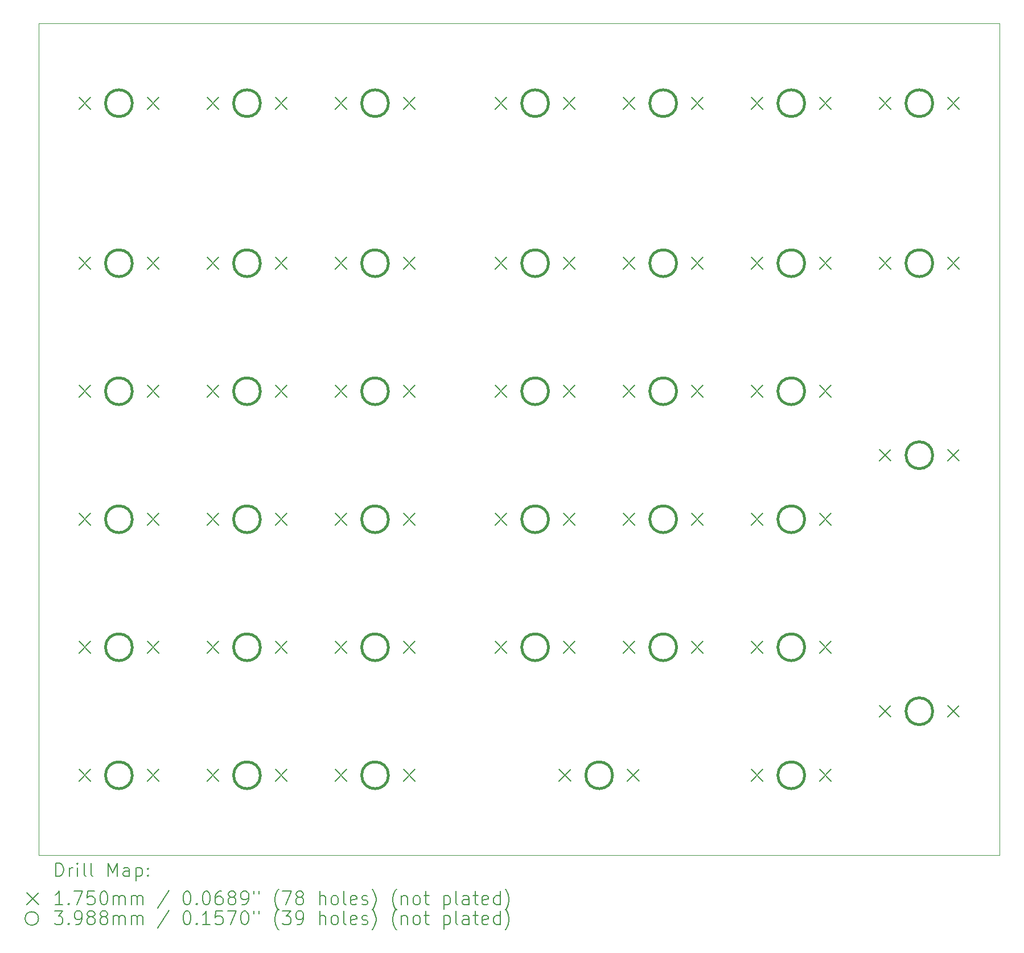
<source format=gbr>
%TF.GenerationSoftware,KiCad,Pcbnew,(6.0.9)*%
%TF.CreationDate,2022-12-06T20:12:37+01:00*%
%TF.ProjectId,tekskey-rounded-num,74656b73-6b65-4792-9d72-6f756e646564,rev?*%
%TF.SameCoordinates,Original*%
%TF.FileFunction,Drillmap*%
%TF.FilePolarity,Positive*%
%FSLAX45Y45*%
G04 Gerber Fmt 4.5, Leading zero omitted, Abs format (unit mm)*
G04 Created by KiCad (PCBNEW (6.0.9)) date 2022-12-06 20:12:37*
%MOMM*%
%LPD*%
G01*
G04 APERTURE LIST*
%ADD10C,0.100000*%
%ADD11C,0.200000*%
%ADD12C,0.175000*%
%ADD13C,0.398780*%
G04 APERTURE END LIST*
D10*
X4813500Y-3869125D02*
X19101000Y-3869125D01*
X19101000Y-3869125D02*
X19101000Y-16251625D01*
X19101000Y-16251625D02*
X4813500Y-16251625D01*
X4813500Y-16251625D02*
X4813500Y-3869125D01*
D11*
D12*
X5408625Y-4972250D02*
X5583625Y-5147250D01*
X5583625Y-4972250D02*
X5408625Y-5147250D01*
X5408625Y-7353500D02*
X5583625Y-7528500D01*
X5583625Y-7353500D02*
X5408625Y-7528500D01*
X5408625Y-9258500D02*
X5583625Y-9433500D01*
X5583625Y-9258500D02*
X5408625Y-9433500D01*
X5408625Y-11163500D02*
X5583625Y-11338500D01*
X5583625Y-11163500D02*
X5408625Y-11338500D01*
X5408625Y-13068500D02*
X5583625Y-13243500D01*
X5583625Y-13068500D02*
X5408625Y-13243500D01*
X5408625Y-14973500D02*
X5583625Y-15148500D01*
X5583625Y-14973500D02*
X5408625Y-15148500D01*
X6424625Y-4972250D02*
X6599625Y-5147250D01*
X6599625Y-4972250D02*
X6424625Y-5147250D01*
X6424625Y-7353500D02*
X6599625Y-7528500D01*
X6599625Y-7353500D02*
X6424625Y-7528500D01*
X6424625Y-9258500D02*
X6599625Y-9433500D01*
X6599625Y-9258500D02*
X6424625Y-9433500D01*
X6424625Y-11163500D02*
X6599625Y-11338500D01*
X6599625Y-11163500D02*
X6424625Y-11338500D01*
X6424625Y-13068500D02*
X6599625Y-13243500D01*
X6599625Y-13068500D02*
X6424625Y-13243500D01*
X6424625Y-14973500D02*
X6599625Y-15148500D01*
X6599625Y-14973500D02*
X6424625Y-15148500D01*
X7313625Y-4972250D02*
X7488625Y-5147250D01*
X7488625Y-4972250D02*
X7313625Y-5147250D01*
X7313625Y-7353500D02*
X7488625Y-7528500D01*
X7488625Y-7353500D02*
X7313625Y-7528500D01*
X7313625Y-9258500D02*
X7488625Y-9433500D01*
X7488625Y-9258500D02*
X7313625Y-9433500D01*
X7313625Y-11163500D02*
X7488625Y-11338500D01*
X7488625Y-11163500D02*
X7313625Y-11338500D01*
X7313625Y-13068500D02*
X7488625Y-13243500D01*
X7488625Y-13068500D02*
X7313625Y-13243500D01*
X7313625Y-14973500D02*
X7488625Y-15148500D01*
X7488625Y-14973500D02*
X7313625Y-15148500D01*
X8329625Y-4972250D02*
X8504625Y-5147250D01*
X8504625Y-4972250D02*
X8329625Y-5147250D01*
X8329625Y-7353500D02*
X8504625Y-7528500D01*
X8504625Y-7353500D02*
X8329625Y-7528500D01*
X8329625Y-9258500D02*
X8504625Y-9433500D01*
X8504625Y-9258500D02*
X8329625Y-9433500D01*
X8329625Y-11163500D02*
X8504625Y-11338500D01*
X8504625Y-11163500D02*
X8329625Y-11338500D01*
X8329625Y-13068500D02*
X8504625Y-13243500D01*
X8504625Y-13068500D02*
X8329625Y-13243500D01*
X8329625Y-14973500D02*
X8504625Y-15148500D01*
X8504625Y-14973500D02*
X8329625Y-15148500D01*
X9218625Y-4972250D02*
X9393625Y-5147250D01*
X9393625Y-4972250D02*
X9218625Y-5147250D01*
X9218625Y-7353500D02*
X9393625Y-7528500D01*
X9393625Y-7353500D02*
X9218625Y-7528500D01*
X9218625Y-9258500D02*
X9393625Y-9433500D01*
X9393625Y-9258500D02*
X9218625Y-9433500D01*
X9218625Y-11163500D02*
X9393625Y-11338500D01*
X9393625Y-11163500D02*
X9218625Y-11338500D01*
X9218625Y-13068500D02*
X9393625Y-13243500D01*
X9393625Y-13068500D02*
X9218625Y-13243500D01*
X9218625Y-14973500D02*
X9393625Y-15148500D01*
X9393625Y-14973500D02*
X9218625Y-15148500D01*
X10234625Y-4972250D02*
X10409625Y-5147250D01*
X10409625Y-4972250D02*
X10234625Y-5147250D01*
X10234625Y-7353500D02*
X10409625Y-7528500D01*
X10409625Y-7353500D02*
X10234625Y-7528500D01*
X10234625Y-9258500D02*
X10409625Y-9433500D01*
X10409625Y-9258500D02*
X10234625Y-9433500D01*
X10234625Y-11163500D02*
X10409625Y-11338500D01*
X10409625Y-11163500D02*
X10234625Y-11338500D01*
X10234625Y-13068500D02*
X10409625Y-13243500D01*
X10409625Y-13068500D02*
X10234625Y-13243500D01*
X10234625Y-14973500D02*
X10409625Y-15148500D01*
X10409625Y-14973500D02*
X10234625Y-15148500D01*
X11599875Y-4972250D02*
X11774875Y-5147250D01*
X11774875Y-4972250D02*
X11599875Y-5147250D01*
X11599875Y-7353500D02*
X11774875Y-7528500D01*
X11774875Y-7353500D02*
X11599875Y-7528500D01*
X11599875Y-9258500D02*
X11774875Y-9433500D01*
X11774875Y-9258500D02*
X11599875Y-9433500D01*
X11599875Y-11163500D02*
X11774875Y-11338500D01*
X11774875Y-11163500D02*
X11599875Y-11338500D01*
X11599875Y-13068500D02*
X11774875Y-13243500D01*
X11774875Y-13068500D02*
X11599875Y-13243500D01*
X12552375Y-14973500D02*
X12727375Y-15148500D01*
X12727375Y-14973500D02*
X12552375Y-15148500D01*
X12615875Y-4972250D02*
X12790875Y-5147250D01*
X12790875Y-4972250D02*
X12615875Y-5147250D01*
X12615875Y-7353500D02*
X12790875Y-7528500D01*
X12790875Y-7353500D02*
X12615875Y-7528500D01*
X12615875Y-9258500D02*
X12790875Y-9433500D01*
X12790875Y-9258500D02*
X12615875Y-9433500D01*
X12615875Y-11163500D02*
X12790875Y-11338500D01*
X12790875Y-11163500D02*
X12615875Y-11338500D01*
X12615875Y-13068500D02*
X12790875Y-13243500D01*
X12790875Y-13068500D02*
X12615875Y-13243500D01*
X13504875Y-4972250D02*
X13679875Y-5147250D01*
X13679875Y-4972250D02*
X13504875Y-5147250D01*
X13504875Y-7353500D02*
X13679875Y-7528500D01*
X13679875Y-7353500D02*
X13504875Y-7528500D01*
X13504875Y-9258500D02*
X13679875Y-9433500D01*
X13679875Y-9258500D02*
X13504875Y-9433500D01*
X13504875Y-11163500D02*
X13679875Y-11338500D01*
X13679875Y-11163500D02*
X13504875Y-11338500D01*
X13504875Y-13068500D02*
X13679875Y-13243500D01*
X13679875Y-13068500D02*
X13504875Y-13243500D01*
X13568375Y-14973500D02*
X13743375Y-15148500D01*
X13743375Y-14973500D02*
X13568375Y-15148500D01*
X14520875Y-4972250D02*
X14695875Y-5147250D01*
X14695875Y-4972250D02*
X14520875Y-5147250D01*
X14520875Y-7353500D02*
X14695875Y-7528500D01*
X14695875Y-7353500D02*
X14520875Y-7528500D01*
X14520875Y-9258500D02*
X14695875Y-9433500D01*
X14695875Y-9258500D02*
X14520875Y-9433500D01*
X14520875Y-11163500D02*
X14695875Y-11338500D01*
X14695875Y-11163500D02*
X14520875Y-11338500D01*
X14520875Y-13068500D02*
X14695875Y-13243500D01*
X14695875Y-13068500D02*
X14520875Y-13243500D01*
X15409875Y-4972250D02*
X15584875Y-5147250D01*
X15584875Y-4972250D02*
X15409875Y-5147250D01*
X15409875Y-7353500D02*
X15584875Y-7528500D01*
X15584875Y-7353500D02*
X15409875Y-7528500D01*
X15409875Y-9258500D02*
X15584875Y-9433500D01*
X15584875Y-9258500D02*
X15409875Y-9433500D01*
X15409875Y-11163500D02*
X15584875Y-11338500D01*
X15584875Y-11163500D02*
X15409875Y-11338500D01*
X15409875Y-13068500D02*
X15584875Y-13243500D01*
X15584875Y-13068500D02*
X15409875Y-13243500D01*
X15409875Y-14973500D02*
X15584875Y-15148500D01*
X15584875Y-14973500D02*
X15409875Y-15148500D01*
X16425875Y-4972250D02*
X16600875Y-5147250D01*
X16600875Y-4972250D02*
X16425875Y-5147250D01*
X16425875Y-7353500D02*
X16600875Y-7528500D01*
X16600875Y-7353500D02*
X16425875Y-7528500D01*
X16425875Y-9258500D02*
X16600875Y-9433500D01*
X16600875Y-9258500D02*
X16425875Y-9433500D01*
X16425875Y-11163500D02*
X16600875Y-11338500D01*
X16600875Y-11163500D02*
X16425875Y-11338500D01*
X16425875Y-13068500D02*
X16600875Y-13243500D01*
X16600875Y-13068500D02*
X16425875Y-13243500D01*
X16425875Y-14973500D02*
X16600875Y-15148500D01*
X16600875Y-14973500D02*
X16425875Y-15148500D01*
X17314875Y-4972250D02*
X17489875Y-5147250D01*
X17489875Y-4972250D02*
X17314875Y-5147250D01*
X17314875Y-7353500D02*
X17489875Y-7528500D01*
X17489875Y-7353500D02*
X17314875Y-7528500D01*
X17314875Y-10211000D02*
X17489875Y-10386000D01*
X17489875Y-10211000D02*
X17314875Y-10386000D01*
X17314875Y-14021000D02*
X17489875Y-14196000D01*
X17489875Y-14021000D02*
X17314875Y-14196000D01*
X18330875Y-4972250D02*
X18505875Y-5147250D01*
X18505875Y-4972250D02*
X18330875Y-5147250D01*
X18330875Y-7353500D02*
X18505875Y-7528500D01*
X18505875Y-7353500D02*
X18330875Y-7528500D01*
X18330875Y-10211000D02*
X18505875Y-10386000D01*
X18505875Y-10211000D02*
X18330875Y-10386000D01*
X18330875Y-14021000D02*
X18505875Y-14196000D01*
X18505875Y-14021000D02*
X18330875Y-14196000D01*
D13*
X6203515Y-5059750D02*
G75*
G03*
X6203515Y-5059750I-199390J0D01*
G01*
X6203515Y-7441000D02*
G75*
G03*
X6203515Y-7441000I-199390J0D01*
G01*
X6203515Y-9346000D02*
G75*
G03*
X6203515Y-9346000I-199390J0D01*
G01*
X6203515Y-11251000D02*
G75*
G03*
X6203515Y-11251000I-199390J0D01*
G01*
X6203515Y-13156000D02*
G75*
G03*
X6203515Y-13156000I-199390J0D01*
G01*
X6203515Y-15061000D02*
G75*
G03*
X6203515Y-15061000I-199390J0D01*
G01*
X8108515Y-5059750D02*
G75*
G03*
X8108515Y-5059750I-199390J0D01*
G01*
X8108515Y-7441000D02*
G75*
G03*
X8108515Y-7441000I-199390J0D01*
G01*
X8108515Y-9346000D02*
G75*
G03*
X8108515Y-9346000I-199390J0D01*
G01*
X8108515Y-11251000D02*
G75*
G03*
X8108515Y-11251000I-199390J0D01*
G01*
X8108515Y-13156000D02*
G75*
G03*
X8108515Y-13156000I-199390J0D01*
G01*
X8108515Y-15061000D02*
G75*
G03*
X8108515Y-15061000I-199390J0D01*
G01*
X10013515Y-5059750D02*
G75*
G03*
X10013515Y-5059750I-199390J0D01*
G01*
X10013515Y-7441000D02*
G75*
G03*
X10013515Y-7441000I-199390J0D01*
G01*
X10013515Y-9346000D02*
G75*
G03*
X10013515Y-9346000I-199390J0D01*
G01*
X10013515Y-11251000D02*
G75*
G03*
X10013515Y-11251000I-199390J0D01*
G01*
X10013515Y-13156000D02*
G75*
G03*
X10013515Y-13156000I-199390J0D01*
G01*
X10013515Y-15061000D02*
G75*
G03*
X10013515Y-15061000I-199390J0D01*
G01*
X12394765Y-5059750D02*
G75*
G03*
X12394765Y-5059750I-199390J0D01*
G01*
X12394765Y-7441000D02*
G75*
G03*
X12394765Y-7441000I-199390J0D01*
G01*
X12394765Y-9346000D02*
G75*
G03*
X12394765Y-9346000I-199390J0D01*
G01*
X12394765Y-11251000D02*
G75*
G03*
X12394765Y-11251000I-199390J0D01*
G01*
X12394765Y-13156000D02*
G75*
G03*
X12394765Y-13156000I-199390J0D01*
G01*
X13347265Y-15061000D02*
G75*
G03*
X13347265Y-15061000I-199390J0D01*
G01*
X14299765Y-5059750D02*
G75*
G03*
X14299765Y-5059750I-199390J0D01*
G01*
X14299765Y-7441000D02*
G75*
G03*
X14299765Y-7441000I-199390J0D01*
G01*
X14299765Y-9346000D02*
G75*
G03*
X14299765Y-9346000I-199390J0D01*
G01*
X14299765Y-11251000D02*
G75*
G03*
X14299765Y-11251000I-199390J0D01*
G01*
X14299765Y-13156000D02*
G75*
G03*
X14299765Y-13156000I-199390J0D01*
G01*
X16204765Y-5059750D02*
G75*
G03*
X16204765Y-5059750I-199390J0D01*
G01*
X16204765Y-7441000D02*
G75*
G03*
X16204765Y-7441000I-199390J0D01*
G01*
X16204765Y-9346000D02*
G75*
G03*
X16204765Y-9346000I-199390J0D01*
G01*
X16204765Y-11251000D02*
G75*
G03*
X16204765Y-11251000I-199390J0D01*
G01*
X16204765Y-13156000D02*
G75*
G03*
X16204765Y-13156000I-199390J0D01*
G01*
X16204765Y-15061000D02*
G75*
G03*
X16204765Y-15061000I-199390J0D01*
G01*
X18109765Y-5059750D02*
G75*
G03*
X18109765Y-5059750I-199390J0D01*
G01*
X18109765Y-7441000D02*
G75*
G03*
X18109765Y-7441000I-199390J0D01*
G01*
X18109765Y-10298500D02*
G75*
G03*
X18109765Y-10298500I-199390J0D01*
G01*
X18109765Y-14108500D02*
G75*
G03*
X18109765Y-14108500I-199390J0D01*
G01*
D11*
X5066119Y-16567101D02*
X5066119Y-16367101D01*
X5113738Y-16367101D01*
X5142310Y-16376625D01*
X5161357Y-16395673D01*
X5170881Y-16414720D01*
X5180405Y-16452815D01*
X5180405Y-16481387D01*
X5170881Y-16519482D01*
X5161357Y-16538530D01*
X5142310Y-16557577D01*
X5113738Y-16567101D01*
X5066119Y-16567101D01*
X5266119Y-16567101D02*
X5266119Y-16433768D01*
X5266119Y-16471863D02*
X5275643Y-16452815D01*
X5285167Y-16443292D01*
X5304214Y-16433768D01*
X5323262Y-16433768D01*
X5389929Y-16567101D02*
X5389929Y-16433768D01*
X5389929Y-16367101D02*
X5380405Y-16376625D01*
X5389929Y-16386149D01*
X5399452Y-16376625D01*
X5389929Y-16367101D01*
X5389929Y-16386149D01*
X5513738Y-16567101D02*
X5494690Y-16557577D01*
X5485167Y-16538530D01*
X5485167Y-16367101D01*
X5618500Y-16567101D02*
X5599452Y-16557577D01*
X5589929Y-16538530D01*
X5589929Y-16367101D01*
X5847071Y-16567101D02*
X5847071Y-16367101D01*
X5913738Y-16509958D01*
X5980405Y-16367101D01*
X5980405Y-16567101D01*
X6161357Y-16567101D02*
X6161357Y-16462339D01*
X6151833Y-16443292D01*
X6132786Y-16433768D01*
X6094690Y-16433768D01*
X6075643Y-16443292D01*
X6161357Y-16557577D02*
X6142309Y-16567101D01*
X6094690Y-16567101D01*
X6075643Y-16557577D01*
X6066119Y-16538530D01*
X6066119Y-16519482D01*
X6075643Y-16500434D01*
X6094690Y-16490911D01*
X6142309Y-16490911D01*
X6161357Y-16481387D01*
X6256595Y-16433768D02*
X6256595Y-16633768D01*
X6256595Y-16443292D02*
X6275643Y-16433768D01*
X6313738Y-16433768D01*
X6332786Y-16443292D01*
X6342309Y-16452815D01*
X6351833Y-16471863D01*
X6351833Y-16529006D01*
X6342309Y-16548053D01*
X6332786Y-16557577D01*
X6313738Y-16567101D01*
X6275643Y-16567101D01*
X6256595Y-16557577D01*
X6437548Y-16548053D02*
X6447071Y-16557577D01*
X6437548Y-16567101D01*
X6428024Y-16557577D01*
X6437548Y-16548053D01*
X6437548Y-16567101D01*
X6437548Y-16443292D02*
X6447071Y-16452815D01*
X6437548Y-16462339D01*
X6428024Y-16452815D01*
X6437548Y-16443292D01*
X6437548Y-16462339D01*
D12*
X4633500Y-16809125D02*
X4808500Y-16984125D01*
X4808500Y-16809125D02*
X4633500Y-16984125D01*
D11*
X5170881Y-16987101D02*
X5056595Y-16987101D01*
X5113738Y-16987101D02*
X5113738Y-16787101D01*
X5094690Y-16815673D01*
X5075643Y-16834720D01*
X5056595Y-16844244D01*
X5256595Y-16968054D02*
X5266119Y-16977577D01*
X5256595Y-16987101D01*
X5247071Y-16977577D01*
X5256595Y-16968054D01*
X5256595Y-16987101D01*
X5332786Y-16787101D02*
X5466119Y-16787101D01*
X5380405Y-16987101D01*
X5637548Y-16787101D02*
X5542310Y-16787101D01*
X5532786Y-16882339D01*
X5542310Y-16872815D01*
X5561357Y-16863292D01*
X5608976Y-16863292D01*
X5628024Y-16872815D01*
X5637548Y-16882339D01*
X5647071Y-16901387D01*
X5647071Y-16949006D01*
X5637548Y-16968054D01*
X5628024Y-16977577D01*
X5608976Y-16987101D01*
X5561357Y-16987101D01*
X5542310Y-16977577D01*
X5532786Y-16968054D01*
X5770881Y-16787101D02*
X5789928Y-16787101D01*
X5808976Y-16796625D01*
X5818500Y-16806149D01*
X5828024Y-16825196D01*
X5837548Y-16863292D01*
X5837548Y-16910911D01*
X5828024Y-16949006D01*
X5818500Y-16968054D01*
X5808976Y-16977577D01*
X5789928Y-16987101D01*
X5770881Y-16987101D01*
X5751833Y-16977577D01*
X5742309Y-16968054D01*
X5732786Y-16949006D01*
X5723262Y-16910911D01*
X5723262Y-16863292D01*
X5732786Y-16825196D01*
X5742309Y-16806149D01*
X5751833Y-16796625D01*
X5770881Y-16787101D01*
X5923262Y-16987101D02*
X5923262Y-16853768D01*
X5923262Y-16872815D02*
X5932786Y-16863292D01*
X5951833Y-16853768D01*
X5980405Y-16853768D01*
X5999452Y-16863292D01*
X6008976Y-16882339D01*
X6008976Y-16987101D01*
X6008976Y-16882339D02*
X6018500Y-16863292D01*
X6037548Y-16853768D01*
X6066119Y-16853768D01*
X6085167Y-16863292D01*
X6094690Y-16882339D01*
X6094690Y-16987101D01*
X6189928Y-16987101D02*
X6189928Y-16853768D01*
X6189928Y-16872815D02*
X6199452Y-16863292D01*
X6218500Y-16853768D01*
X6247071Y-16853768D01*
X6266119Y-16863292D01*
X6275643Y-16882339D01*
X6275643Y-16987101D01*
X6275643Y-16882339D02*
X6285167Y-16863292D01*
X6304214Y-16853768D01*
X6332786Y-16853768D01*
X6351833Y-16863292D01*
X6361357Y-16882339D01*
X6361357Y-16987101D01*
X6751833Y-16777577D02*
X6580405Y-17034720D01*
X7008976Y-16787101D02*
X7028024Y-16787101D01*
X7047071Y-16796625D01*
X7056595Y-16806149D01*
X7066119Y-16825196D01*
X7075643Y-16863292D01*
X7075643Y-16910911D01*
X7066119Y-16949006D01*
X7056595Y-16968054D01*
X7047071Y-16977577D01*
X7028024Y-16987101D01*
X7008976Y-16987101D01*
X6989928Y-16977577D01*
X6980405Y-16968054D01*
X6970881Y-16949006D01*
X6961357Y-16910911D01*
X6961357Y-16863292D01*
X6970881Y-16825196D01*
X6980405Y-16806149D01*
X6989928Y-16796625D01*
X7008976Y-16787101D01*
X7161357Y-16968054D02*
X7170881Y-16977577D01*
X7161357Y-16987101D01*
X7151833Y-16977577D01*
X7161357Y-16968054D01*
X7161357Y-16987101D01*
X7294690Y-16787101D02*
X7313738Y-16787101D01*
X7332786Y-16796625D01*
X7342309Y-16806149D01*
X7351833Y-16825196D01*
X7361357Y-16863292D01*
X7361357Y-16910911D01*
X7351833Y-16949006D01*
X7342309Y-16968054D01*
X7332786Y-16977577D01*
X7313738Y-16987101D01*
X7294690Y-16987101D01*
X7275643Y-16977577D01*
X7266119Y-16968054D01*
X7256595Y-16949006D01*
X7247071Y-16910911D01*
X7247071Y-16863292D01*
X7256595Y-16825196D01*
X7266119Y-16806149D01*
X7275643Y-16796625D01*
X7294690Y-16787101D01*
X7532786Y-16787101D02*
X7494690Y-16787101D01*
X7475643Y-16796625D01*
X7466119Y-16806149D01*
X7447071Y-16834720D01*
X7437548Y-16872815D01*
X7437548Y-16949006D01*
X7447071Y-16968054D01*
X7456595Y-16977577D01*
X7475643Y-16987101D01*
X7513738Y-16987101D01*
X7532786Y-16977577D01*
X7542309Y-16968054D01*
X7551833Y-16949006D01*
X7551833Y-16901387D01*
X7542309Y-16882339D01*
X7532786Y-16872815D01*
X7513738Y-16863292D01*
X7475643Y-16863292D01*
X7456595Y-16872815D01*
X7447071Y-16882339D01*
X7437548Y-16901387D01*
X7666119Y-16872815D02*
X7647071Y-16863292D01*
X7637548Y-16853768D01*
X7628024Y-16834720D01*
X7628024Y-16825196D01*
X7637548Y-16806149D01*
X7647071Y-16796625D01*
X7666119Y-16787101D01*
X7704214Y-16787101D01*
X7723262Y-16796625D01*
X7732786Y-16806149D01*
X7742309Y-16825196D01*
X7742309Y-16834720D01*
X7732786Y-16853768D01*
X7723262Y-16863292D01*
X7704214Y-16872815D01*
X7666119Y-16872815D01*
X7647071Y-16882339D01*
X7637548Y-16891863D01*
X7628024Y-16910911D01*
X7628024Y-16949006D01*
X7637548Y-16968054D01*
X7647071Y-16977577D01*
X7666119Y-16987101D01*
X7704214Y-16987101D01*
X7723262Y-16977577D01*
X7732786Y-16968054D01*
X7742309Y-16949006D01*
X7742309Y-16910911D01*
X7732786Y-16891863D01*
X7723262Y-16882339D01*
X7704214Y-16872815D01*
X7837548Y-16987101D02*
X7875643Y-16987101D01*
X7894690Y-16977577D01*
X7904214Y-16968054D01*
X7923262Y-16939482D01*
X7932786Y-16901387D01*
X7932786Y-16825196D01*
X7923262Y-16806149D01*
X7913738Y-16796625D01*
X7894690Y-16787101D01*
X7856595Y-16787101D01*
X7837548Y-16796625D01*
X7828024Y-16806149D01*
X7818500Y-16825196D01*
X7818500Y-16872815D01*
X7828024Y-16891863D01*
X7837548Y-16901387D01*
X7856595Y-16910911D01*
X7894690Y-16910911D01*
X7913738Y-16901387D01*
X7923262Y-16891863D01*
X7932786Y-16872815D01*
X8008976Y-16787101D02*
X8008976Y-16825196D01*
X8085167Y-16787101D02*
X8085167Y-16825196D01*
X8380405Y-17063292D02*
X8370881Y-17053768D01*
X8351833Y-17025196D01*
X8342309Y-17006149D01*
X8332786Y-16977577D01*
X8323262Y-16929958D01*
X8323262Y-16891863D01*
X8332786Y-16844244D01*
X8342309Y-16815673D01*
X8351833Y-16796625D01*
X8370881Y-16768053D01*
X8380405Y-16758530D01*
X8437548Y-16787101D02*
X8570881Y-16787101D01*
X8485167Y-16987101D01*
X8675643Y-16872815D02*
X8656595Y-16863292D01*
X8647071Y-16853768D01*
X8637548Y-16834720D01*
X8637548Y-16825196D01*
X8647071Y-16806149D01*
X8656595Y-16796625D01*
X8675643Y-16787101D01*
X8713738Y-16787101D01*
X8732786Y-16796625D01*
X8742310Y-16806149D01*
X8751833Y-16825196D01*
X8751833Y-16834720D01*
X8742310Y-16853768D01*
X8732786Y-16863292D01*
X8713738Y-16872815D01*
X8675643Y-16872815D01*
X8656595Y-16882339D01*
X8647071Y-16891863D01*
X8637548Y-16910911D01*
X8637548Y-16949006D01*
X8647071Y-16968054D01*
X8656595Y-16977577D01*
X8675643Y-16987101D01*
X8713738Y-16987101D01*
X8732786Y-16977577D01*
X8742310Y-16968054D01*
X8751833Y-16949006D01*
X8751833Y-16910911D01*
X8742310Y-16891863D01*
X8732786Y-16882339D01*
X8713738Y-16872815D01*
X8989929Y-16987101D02*
X8989929Y-16787101D01*
X9075643Y-16987101D02*
X9075643Y-16882339D01*
X9066119Y-16863292D01*
X9047071Y-16853768D01*
X9018500Y-16853768D01*
X8999452Y-16863292D01*
X8989929Y-16872815D01*
X9199452Y-16987101D02*
X9180405Y-16977577D01*
X9170881Y-16968054D01*
X9161357Y-16949006D01*
X9161357Y-16891863D01*
X9170881Y-16872815D01*
X9180405Y-16863292D01*
X9199452Y-16853768D01*
X9228024Y-16853768D01*
X9247071Y-16863292D01*
X9256595Y-16872815D01*
X9266119Y-16891863D01*
X9266119Y-16949006D01*
X9256595Y-16968054D01*
X9247071Y-16977577D01*
X9228024Y-16987101D01*
X9199452Y-16987101D01*
X9380405Y-16987101D02*
X9361357Y-16977577D01*
X9351833Y-16958530D01*
X9351833Y-16787101D01*
X9532786Y-16977577D02*
X9513738Y-16987101D01*
X9475643Y-16987101D01*
X9456595Y-16977577D01*
X9447071Y-16958530D01*
X9447071Y-16882339D01*
X9456595Y-16863292D01*
X9475643Y-16853768D01*
X9513738Y-16853768D01*
X9532786Y-16863292D01*
X9542310Y-16882339D01*
X9542310Y-16901387D01*
X9447071Y-16920435D01*
X9618500Y-16977577D02*
X9637548Y-16987101D01*
X9675643Y-16987101D01*
X9694690Y-16977577D01*
X9704214Y-16958530D01*
X9704214Y-16949006D01*
X9694690Y-16929958D01*
X9675643Y-16920435D01*
X9647071Y-16920435D01*
X9628024Y-16910911D01*
X9618500Y-16891863D01*
X9618500Y-16882339D01*
X9628024Y-16863292D01*
X9647071Y-16853768D01*
X9675643Y-16853768D01*
X9694690Y-16863292D01*
X9770881Y-17063292D02*
X9780405Y-17053768D01*
X9799452Y-17025196D01*
X9808976Y-17006149D01*
X9818500Y-16977577D01*
X9828024Y-16929958D01*
X9828024Y-16891863D01*
X9818500Y-16844244D01*
X9808976Y-16815673D01*
X9799452Y-16796625D01*
X9780405Y-16768053D01*
X9770881Y-16758530D01*
X10132786Y-17063292D02*
X10123262Y-17053768D01*
X10104214Y-17025196D01*
X10094690Y-17006149D01*
X10085167Y-16977577D01*
X10075643Y-16929958D01*
X10075643Y-16891863D01*
X10085167Y-16844244D01*
X10094690Y-16815673D01*
X10104214Y-16796625D01*
X10123262Y-16768053D01*
X10132786Y-16758530D01*
X10208976Y-16853768D02*
X10208976Y-16987101D01*
X10208976Y-16872815D02*
X10218500Y-16863292D01*
X10237548Y-16853768D01*
X10266119Y-16853768D01*
X10285167Y-16863292D01*
X10294690Y-16882339D01*
X10294690Y-16987101D01*
X10418500Y-16987101D02*
X10399452Y-16977577D01*
X10389929Y-16968054D01*
X10380405Y-16949006D01*
X10380405Y-16891863D01*
X10389929Y-16872815D01*
X10399452Y-16863292D01*
X10418500Y-16853768D01*
X10447071Y-16853768D01*
X10466119Y-16863292D01*
X10475643Y-16872815D01*
X10485167Y-16891863D01*
X10485167Y-16949006D01*
X10475643Y-16968054D01*
X10466119Y-16977577D01*
X10447071Y-16987101D01*
X10418500Y-16987101D01*
X10542310Y-16853768D02*
X10618500Y-16853768D01*
X10570881Y-16787101D02*
X10570881Y-16958530D01*
X10580405Y-16977577D01*
X10599452Y-16987101D01*
X10618500Y-16987101D01*
X10837548Y-16853768D02*
X10837548Y-17053768D01*
X10837548Y-16863292D02*
X10856595Y-16853768D01*
X10894690Y-16853768D01*
X10913738Y-16863292D01*
X10923262Y-16872815D01*
X10932786Y-16891863D01*
X10932786Y-16949006D01*
X10923262Y-16968054D01*
X10913738Y-16977577D01*
X10894690Y-16987101D01*
X10856595Y-16987101D01*
X10837548Y-16977577D01*
X11047071Y-16987101D02*
X11028024Y-16977577D01*
X11018500Y-16958530D01*
X11018500Y-16787101D01*
X11208976Y-16987101D02*
X11208976Y-16882339D01*
X11199452Y-16863292D01*
X11180405Y-16853768D01*
X11142310Y-16853768D01*
X11123262Y-16863292D01*
X11208976Y-16977577D02*
X11189928Y-16987101D01*
X11142310Y-16987101D01*
X11123262Y-16977577D01*
X11113738Y-16958530D01*
X11113738Y-16939482D01*
X11123262Y-16920435D01*
X11142310Y-16910911D01*
X11189928Y-16910911D01*
X11208976Y-16901387D01*
X11275643Y-16853768D02*
X11351833Y-16853768D01*
X11304214Y-16787101D02*
X11304214Y-16958530D01*
X11313738Y-16977577D01*
X11332786Y-16987101D01*
X11351833Y-16987101D01*
X11494690Y-16977577D02*
X11475643Y-16987101D01*
X11437548Y-16987101D01*
X11418500Y-16977577D01*
X11408976Y-16958530D01*
X11408976Y-16882339D01*
X11418500Y-16863292D01*
X11437548Y-16853768D01*
X11475643Y-16853768D01*
X11494690Y-16863292D01*
X11504214Y-16882339D01*
X11504214Y-16901387D01*
X11408976Y-16920435D01*
X11675643Y-16987101D02*
X11675643Y-16787101D01*
X11675643Y-16977577D02*
X11656595Y-16987101D01*
X11618500Y-16987101D01*
X11599452Y-16977577D01*
X11589928Y-16968054D01*
X11580405Y-16949006D01*
X11580405Y-16891863D01*
X11589928Y-16872815D01*
X11599452Y-16863292D01*
X11618500Y-16853768D01*
X11656595Y-16853768D01*
X11675643Y-16863292D01*
X11751833Y-17063292D02*
X11761357Y-17053768D01*
X11780405Y-17025196D01*
X11789928Y-17006149D01*
X11799452Y-16977577D01*
X11808976Y-16929958D01*
X11808976Y-16891863D01*
X11799452Y-16844244D01*
X11789928Y-16815673D01*
X11780405Y-16796625D01*
X11761357Y-16768053D01*
X11751833Y-16758530D01*
X4808500Y-17191625D02*
G75*
G03*
X4808500Y-17191625I-100000J0D01*
G01*
X5047071Y-17082101D02*
X5170881Y-17082101D01*
X5104214Y-17158292D01*
X5132786Y-17158292D01*
X5151833Y-17167815D01*
X5161357Y-17177339D01*
X5170881Y-17196387D01*
X5170881Y-17244006D01*
X5161357Y-17263054D01*
X5151833Y-17272577D01*
X5132786Y-17282101D01*
X5075643Y-17282101D01*
X5056595Y-17272577D01*
X5047071Y-17263054D01*
X5256595Y-17263054D02*
X5266119Y-17272577D01*
X5256595Y-17282101D01*
X5247071Y-17272577D01*
X5256595Y-17263054D01*
X5256595Y-17282101D01*
X5361357Y-17282101D02*
X5399452Y-17282101D01*
X5418500Y-17272577D01*
X5428024Y-17263054D01*
X5447071Y-17234482D01*
X5456595Y-17196387D01*
X5456595Y-17120196D01*
X5447071Y-17101149D01*
X5437548Y-17091625D01*
X5418500Y-17082101D01*
X5380405Y-17082101D01*
X5361357Y-17091625D01*
X5351833Y-17101149D01*
X5342310Y-17120196D01*
X5342310Y-17167815D01*
X5351833Y-17186863D01*
X5361357Y-17196387D01*
X5380405Y-17205911D01*
X5418500Y-17205911D01*
X5437548Y-17196387D01*
X5447071Y-17186863D01*
X5456595Y-17167815D01*
X5570881Y-17167815D02*
X5551833Y-17158292D01*
X5542310Y-17148768D01*
X5532786Y-17129720D01*
X5532786Y-17120196D01*
X5542310Y-17101149D01*
X5551833Y-17091625D01*
X5570881Y-17082101D01*
X5608976Y-17082101D01*
X5628024Y-17091625D01*
X5637548Y-17101149D01*
X5647071Y-17120196D01*
X5647071Y-17129720D01*
X5637548Y-17148768D01*
X5628024Y-17158292D01*
X5608976Y-17167815D01*
X5570881Y-17167815D01*
X5551833Y-17177339D01*
X5542310Y-17186863D01*
X5532786Y-17205911D01*
X5532786Y-17244006D01*
X5542310Y-17263054D01*
X5551833Y-17272577D01*
X5570881Y-17282101D01*
X5608976Y-17282101D01*
X5628024Y-17272577D01*
X5637548Y-17263054D01*
X5647071Y-17244006D01*
X5647071Y-17205911D01*
X5637548Y-17186863D01*
X5628024Y-17177339D01*
X5608976Y-17167815D01*
X5761357Y-17167815D02*
X5742309Y-17158292D01*
X5732786Y-17148768D01*
X5723262Y-17129720D01*
X5723262Y-17120196D01*
X5732786Y-17101149D01*
X5742309Y-17091625D01*
X5761357Y-17082101D01*
X5799452Y-17082101D01*
X5818500Y-17091625D01*
X5828024Y-17101149D01*
X5837548Y-17120196D01*
X5837548Y-17129720D01*
X5828024Y-17148768D01*
X5818500Y-17158292D01*
X5799452Y-17167815D01*
X5761357Y-17167815D01*
X5742309Y-17177339D01*
X5732786Y-17186863D01*
X5723262Y-17205911D01*
X5723262Y-17244006D01*
X5732786Y-17263054D01*
X5742309Y-17272577D01*
X5761357Y-17282101D01*
X5799452Y-17282101D01*
X5818500Y-17272577D01*
X5828024Y-17263054D01*
X5837548Y-17244006D01*
X5837548Y-17205911D01*
X5828024Y-17186863D01*
X5818500Y-17177339D01*
X5799452Y-17167815D01*
X5923262Y-17282101D02*
X5923262Y-17148768D01*
X5923262Y-17167815D02*
X5932786Y-17158292D01*
X5951833Y-17148768D01*
X5980405Y-17148768D01*
X5999452Y-17158292D01*
X6008976Y-17177339D01*
X6008976Y-17282101D01*
X6008976Y-17177339D02*
X6018500Y-17158292D01*
X6037548Y-17148768D01*
X6066119Y-17148768D01*
X6085167Y-17158292D01*
X6094690Y-17177339D01*
X6094690Y-17282101D01*
X6189928Y-17282101D02*
X6189928Y-17148768D01*
X6189928Y-17167815D02*
X6199452Y-17158292D01*
X6218500Y-17148768D01*
X6247071Y-17148768D01*
X6266119Y-17158292D01*
X6275643Y-17177339D01*
X6275643Y-17282101D01*
X6275643Y-17177339D02*
X6285167Y-17158292D01*
X6304214Y-17148768D01*
X6332786Y-17148768D01*
X6351833Y-17158292D01*
X6361357Y-17177339D01*
X6361357Y-17282101D01*
X6751833Y-17072577D02*
X6580405Y-17329720D01*
X7008976Y-17082101D02*
X7028024Y-17082101D01*
X7047071Y-17091625D01*
X7056595Y-17101149D01*
X7066119Y-17120196D01*
X7075643Y-17158292D01*
X7075643Y-17205911D01*
X7066119Y-17244006D01*
X7056595Y-17263054D01*
X7047071Y-17272577D01*
X7028024Y-17282101D01*
X7008976Y-17282101D01*
X6989928Y-17272577D01*
X6980405Y-17263054D01*
X6970881Y-17244006D01*
X6961357Y-17205911D01*
X6961357Y-17158292D01*
X6970881Y-17120196D01*
X6980405Y-17101149D01*
X6989928Y-17091625D01*
X7008976Y-17082101D01*
X7161357Y-17263054D02*
X7170881Y-17272577D01*
X7161357Y-17282101D01*
X7151833Y-17272577D01*
X7161357Y-17263054D01*
X7161357Y-17282101D01*
X7361357Y-17282101D02*
X7247071Y-17282101D01*
X7304214Y-17282101D02*
X7304214Y-17082101D01*
X7285167Y-17110673D01*
X7266119Y-17129720D01*
X7247071Y-17139244D01*
X7542309Y-17082101D02*
X7447071Y-17082101D01*
X7437548Y-17177339D01*
X7447071Y-17167815D01*
X7466119Y-17158292D01*
X7513738Y-17158292D01*
X7532786Y-17167815D01*
X7542309Y-17177339D01*
X7551833Y-17196387D01*
X7551833Y-17244006D01*
X7542309Y-17263054D01*
X7532786Y-17272577D01*
X7513738Y-17282101D01*
X7466119Y-17282101D01*
X7447071Y-17272577D01*
X7437548Y-17263054D01*
X7618500Y-17082101D02*
X7751833Y-17082101D01*
X7666119Y-17282101D01*
X7866119Y-17082101D02*
X7885167Y-17082101D01*
X7904214Y-17091625D01*
X7913738Y-17101149D01*
X7923262Y-17120196D01*
X7932786Y-17158292D01*
X7932786Y-17205911D01*
X7923262Y-17244006D01*
X7913738Y-17263054D01*
X7904214Y-17272577D01*
X7885167Y-17282101D01*
X7866119Y-17282101D01*
X7847071Y-17272577D01*
X7837548Y-17263054D01*
X7828024Y-17244006D01*
X7818500Y-17205911D01*
X7818500Y-17158292D01*
X7828024Y-17120196D01*
X7837548Y-17101149D01*
X7847071Y-17091625D01*
X7866119Y-17082101D01*
X8008976Y-17082101D02*
X8008976Y-17120196D01*
X8085167Y-17082101D02*
X8085167Y-17120196D01*
X8380405Y-17358292D02*
X8370881Y-17348768D01*
X8351833Y-17320196D01*
X8342309Y-17301149D01*
X8332786Y-17272577D01*
X8323262Y-17224958D01*
X8323262Y-17186863D01*
X8332786Y-17139244D01*
X8342309Y-17110673D01*
X8351833Y-17091625D01*
X8370881Y-17063054D01*
X8380405Y-17053530D01*
X8437548Y-17082101D02*
X8561357Y-17082101D01*
X8494690Y-17158292D01*
X8523262Y-17158292D01*
X8542310Y-17167815D01*
X8551833Y-17177339D01*
X8561357Y-17196387D01*
X8561357Y-17244006D01*
X8551833Y-17263054D01*
X8542310Y-17272577D01*
X8523262Y-17282101D01*
X8466119Y-17282101D01*
X8447071Y-17272577D01*
X8437548Y-17263054D01*
X8656595Y-17282101D02*
X8694690Y-17282101D01*
X8713738Y-17272577D01*
X8723262Y-17263054D01*
X8742310Y-17234482D01*
X8751833Y-17196387D01*
X8751833Y-17120196D01*
X8742310Y-17101149D01*
X8732786Y-17091625D01*
X8713738Y-17082101D01*
X8675643Y-17082101D01*
X8656595Y-17091625D01*
X8647071Y-17101149D01*
X8637548Y-17120196D01*
X8637548Y-17167815D01*
X8647071Y-17186863D01*
X8656595Y-17196387D01*
X8675643Y-17205911D01*
X8713738Y-17205911D01*
X8732786Y-17196387D01*
X8742310Y-17186863D01*
X8751833Y-17167815D01*
X8989929Y-17282101D02*
X8989929Y-17082101D01*
X9075643Y-17282101D02*
X9075643Y-17177339D01*
X9066119Y-17158292D01*
X9047071Y-17148768D01*
X9018500Y-17148768D01*
X8999452Y-17158292D01*
X8989929Y-17167815D01*
X9199452Y-17282101D02*
X9180405Y-17272577D01*
X9170881Y-17263054D01*
X9161357Y-17244006D01*
X9161357Y-17186863D01*
X9170881Y-17167815D01*
X9180405Y-17158292D01*
X9199452Y-17148768D01*
X9228024Y-17148768D01*
X9247071Y-17158292D01*
X9256595Y-17167815D01*
X9266119Y-17186863D01*
X9266119Y-17244006D01*
X9256595Y-17263054D01*
X9247071Y-17272577D01*
X9228024Y-17282101D01*
X9199452Y-17282101D01*
X9380405Y-17282101D02*
X9361357Y-17272577D01*
X9351833Y-17253530D01*
X9351833Y-17082101D01*
X9532786Y-17272577D02*
X9513738Y-17282101D01*
X9475643Y-17282101D01*
X9456595Y-17272577D01*
X9447071Y-17253530D01*
X9447071Y-17177339D01*
X9456595Y-17158292D01*
X9475643Y-17148768D01*
X9513738Y-17148768D01*
X9532786Y-17158292D01*
X9542310Y-17177339D01*
X9542310Y-17196387D01*
X9447071Y-17215435D01*
X9618500Y-17272577D02*
X9637548Y-17282101D01*
X9675643Y-17282101D01*
X9694690Y-17272577D01*
X9704214Y-17253530D01*
X9704214Y-17244006D01*
X9694690Y-17224958D01*
X9675643Y-17215435D01*
X9647071Y-17215435D01*
X9628024Y-17205911D01*
X9618500Y-17186863D01*
X9618500Y-17177339D01*
X9628024Y-17158292D01*
X9647071Y-17148768D01*
X9675643Y-17148768D01*
X9694690Y-17158292D01*
X9770881Y-17358292D02*
X9780405Y-17348768D01*
X9799452Y-17320196D01*
X9808976Y-17301149D01*
X9818500Y-17272577D01*
X9828024Y-17224958D01*
X9828024Y-17186863D01*
X9818500Y-17139244D01*
X9808976Y-17110673D01*
X9799452Y-17091625D01*
X9780405Y-17063054D01*
X9770881Y-17053530D01*
X10132786Y-17358292D02*
X10123262Y-17348768D01*
X10104214Y-17320196D01*
X10094690Y-17301149D01*
X10085167Y-17272577D01*
X10075643Y-17224958D01*
X10075643Y-17186863D01*
X10085167Y-17139244D01*
X10094690Y-17110673D01*
X10104214Y-17091625D01*
X10123262Y-17063054D01*
X10132786Y-17053530D01*
X10208976Y-17148768D02*
X10208976Y-17282101D01*
X10208976Y-17167815D02*
X10218500Y-17158292D01*
X10237548Y-17148768D01*
X10266119Y-17148768D01*
X10285167Y-17158292D01*
X10294690Y-17177339D01*
X10294690Y-17282101D01*
X10418500Y-17282101D02*
X10399452Y-17272577D01*
X10389929Y-17263054D01*
X10380405Y-17244006D01*
X10380405Y-17186863D01*
X10389929Y-17167815D01*
X10399452Y-17158292D01*
X10418500Y-17148768D01*
X10447071Y-17148768D01*
X10466119Y-17158292D01*
X10475643Y-17167815D01*
X10485167Y-17186863D01*
X10485167Y-17244006D01*
X10475643Y-17263054D01*
X10466119Y-17272577D01*
X10447071Y-17282101D01*
X10418500Y-17282101D01*
X10542310Y-17148768D02*
X10618500Y-17148768D01*
X10570881Y-17082101D02*
X10570881Y-17253530D01*
X10580405Y-17272577D01*
X10599452Y-17282101D01*
X10618500Y-17282101D01*
X10837548Y-17148768D02*
X10837548Y-17348768D01*
X10837548Y-17158292D02*
X10856595Y-17148768D01*
X10894690Y-17148768D01*
X10913738Y-17158292D01*
X10923262Y-17167815D01*
X10932786Y-17186863D01*
X10932786Y-17244006D01*
X10923262Y-17263054D01*
X10913738Y-17272577D01*
X10894690Y-17282101D01*
X10856595Y-17282101D01*
X10837548Y-17272577D01*
X11047071Y-17282101D02*
X11028024Y-17272577D01*
X11018500Y-17253530D01*
X11018500Y-17082101D01*
X11208976Y-17282101D02*
X11208976Y-17177339D01*
X11199452Y-17158292D01*
X11180405Y-17148768D01*
X11142310Y-17148768D01*
X11123262Y-17158292D01*
X11208976Y-17272577D02*
X11189928Y-17282101D01*
X11142310Y-17282101D01*
X11123262Y-17272577D01*
X11113738Y-17253530D01*
X11113738Y-17234482D01*
X11123262Y-17215435D01*
X11142310Y-17205911D01*
X11189928Y-17205911D01*
X11208976Y-17196387D01*
X11275643Y-17148768D02*
X11351833Y-17148768D01*
X11304214Y-17082101D02*
X11304214Y-17253530D01*
X11313738Y-17272577D01*
X11332786Y-17282101D01*
X11351833Y-17282101D01*
X11494690Y-17272577D02*
X11475643Y-17282101D01*
X11437548Y-17282101D01*
X11418500Y-17272577D01*
X11408976Y-17253530D01*
X11408976Y-17177339D01*
X11418500Y-17158292D01*
X11437548Y-17148768D01*
X11475643Y-17148768D01*
X11494690Y-17158292D01*
X11504214Y-17177339D01*
X11504214Y-17196387D01*
X11408976Y-17215435D01*
X11675643Y-17282101D02*
X11675643Y-17082101D01*
X11675643Y-17272577D02*
X11656595Y-17282101D01*
X11618500Y-17282101D01*
X11599452Y-17272577D01*
X11589928Y-17263054D01*
X11580405Y-17244006D01*
X11580405Y-17186863D01*
X11589928Y-17167815D01*
X11599452Y-17158292D01*
X11618500Y-17148768D01*
X11656595Y-17148768D01*
X11675643Y-17158292D01*
X11751833Y-17358292D02*
X11761357Y-17348768D01*
X11780405Y-17320196D01*
X11789928Y-17301149D01*
X11799452Y-17272577D01*
X11808976Y-17224958D01*
X11808976Y-17186863D01*
X11799452Y-17139244D01*
X11789928Y-17110673D01*
X11780405Y-17091625D01*
X11761357Y-17063054D01*
X11751833Y-17053530D01*
M02*

</source>
